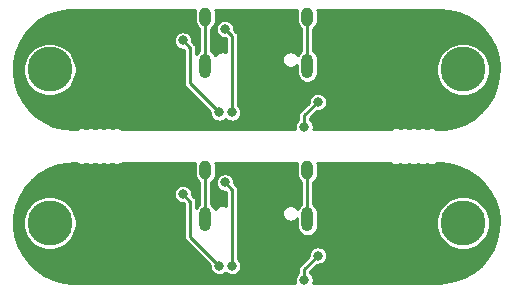
<source format=gbr>
%TF.GenerationSoftware,KiCad,Pcbnew,5.1.10-88a1d61d58~90~ubuntu20.04.1*%
%TF.CreationDate,2022-01-21T20:10:34-08:00*%
%TF.ProjectId,kb-db_protruded_panel,6b622d64-625f-4707-926f-747275646564,rev?*%
%TF.SameCoordinates,Original*%
%TF.FileFunction,Copper,L2,Bot*%
%TF.FilePolarity,Positive*%
%FSLAX46Y46*%
G04 Gerber Fmt 4.6, Leading zero omitted, Abs format (unit mm)*
G04 Created by KiCad (PCBNEW 5.1.10-88a1d61d58~90~ubuntu20.04.1) date 2022-01-21 20:10:34*
%MOMM*%
%LPD*%
G01*
G04 APERTURE LIST*
%TA.AperFunction,ComponentPad*%
%ADD10C,3.800000*%
%TD*%
%TA.AperFunction,ComponentPad*%
%ADD11O,1.000000X1.600000*%
%TD*%
%TA.AperFunction,ComponentPad*%
%ADD12O,1.000000X2.100000*%
%TD*%
%TA.AperFunction,ViaPad*%
%ADD13C,0.800000*%
%TD*%
%TA.AperFunction,Conductor*%
%ADD14C,0.250000*%
%TD*%
%TA.AperFunction,Conductor*%
%ADD15C,0.254000*%
%TD*%
%TA.AperFunction,Conductor*%
%ADD16C,0.100000*%
%TD*%
G04 APERTURE END LIST*
D10*
%TO.P,H2,1*%
%TO.N,N/C*%
X61487000Y-76472000D03*
%TD*%
D11*
%TO.P,USB1,13*%
%TO.N,N/C*%
X74672000Y-71991500D03*
X83312000Y-71991500D03*
D12*
X74672000Y-76171500D03*
X83312000Y-76171500D03*
%TD*%
D10*
%TO.P,H1,1*%
%TO.N,N/C*%
X96487000Y-76472000D03*
%TD*%
%TO.P,H2,1*%
%TO.N,Earth*%
X61487000Y-63472000D03*
%TD*%
%TO.P,H1,1*%
%TO.N,Net-(H1-Pad1)*%
X96487000Y-63472000D03*
%TD*%
D12*
%TO.P,USB1,13*%
%TO.N,Earth*%
X83312000Y-63171500D03*
X74672000Y-63171500D03*
D11*
X83312000Y-58991500D03*
X74672000Y-58991500D03*
%TD*%
D13*
%TO.N,*%
X75853014Y-80116004D03*
X72764000Y-74020000D03*
X83058000Y-81326000D03*
X84194000Y-79227000D03*
X76955000Y-80116002D03*
X76327000Y-73038990D03*
%TO.N,VCC*%
X75853014Y-67116004D03*
X72764000Y-61020000D03*
%TO.N,GND*%
X68065000Y-76687000D03*
X79936000Y-81072000D03*
X82169000Y-80564000D03*
X73912365Y-80110635D03*
X82169000Y-67564000D03*
X68065000Y-63687000D03*
X79936000Y-68072000D03*
X73912365Y-67110635D03*
%TO.N,Net-(R1-Pad2)*%
X83058000Y-68326000D03*
X84194000Y-66227000D03*
%TO.N,Net-(R2-Pad2)*%
X76955000Y-67116002D03*
X76327000Y-60038990D03*
%TD*%
D14*
%TO.N,*%
X74672000Y-76171500D02*
X74672000Y-71991500D01*
X83312000Y-76171500D02*
X83312000Y-71991500D01*
X73399000Y-74655000D02*
X72764000Y-74020000D01*
X73399000Y-77661990D02*
X73399000Y-74655000D01*
X75853014Y-80116004D02*
X73399000Y-77661990D01*
X83058000Y-81326000D02*
X83058000Y-80363000D01*
X83058000Y-80363000D02*
X84194000Y-79227000D01*
X76955000Y-73666990D02*
X76327000Y-73038990D01*
X76955000Y-74234990D02*
X76955000Y-73666990D01*
X76955000Y-80116002D02*
X76955000Y-74234990D01*
%TO.N,Earth*%
X74672000Y-63171500D02*
X74672000Y-58991500D01*
X83312000Y-63171500D02*
X83312000Y-58991500D01*
%TO.N,VCC*%
X73399000Y-61655000D02*
X72764000Y-61020000D01*
X73399000Y-64661990D02*
X73399000Y-61655000D01*
X75853014Y-67116004D02*
X73399000Y-64661990D01*
%TO.N,GND*%
X79936000Y-81072000D02*
X74873730Y-81072000D01*
X74873730Y-81072000D02*
X73912365Y-80110635D01*
X81661000Y-81072000D02*
X79936000Y-81072000D01*
X71488635Y-80110635D02*
X68065000Y-76687000D01*
X73912365Y-80110635D02*
X71488635Y-80110635D01*
X82169000Y-80564000D02*
X81661000Y-81072000D01*
X81661000Y-68072000D02*
X79936000Y-68072000D01*
X82169000Y-67564000D02*
X81661000Y-68072000D01*
X79936000Y-68072000D02*
X74873730Y-68072000D01*
X74873730Y-68072000D02*
X73912365Y-67110635D01*
X71488635Y-67110635D02*
X68065000Y-63687000D01*
X73912365Y-67110635D02*
X71488635Y-67110635D01*
%TO.N,Net-(R1-Pad2)*%
X83058000Y-68326000D02*
X83058000Y-67363000D01*
X83058000Y-67363000D02*
X84194000Y-66227000D01*
%TO.N,Net-(R2-Pad2)*%
X76955000Y-67116002D02*
X76955000Y-61234990D01*
X76955000Y-60666990D02*
X76327000Y-60038990D01*
X76955000Y-61234990D02*
X76955000Y-60666990D01*
%TD*%
D15*
%TO.N,GND*%
X67660968Y-71389493D02*
X67701511Y-71397521D01*
X67741935Y-71406114D01*
X67748268Y-71406779D01*
X67942501Y-71425824D01*
X67942507Y-71425824D01*
X67964601Y-71428000D01*
X73831290Y-71428000D01*
X73803748Y-71518794D01*
X73791000Y-71648227D01*
X73791000Y-72334772D01*
X73803748Y-72464205D01*
X73854125Y-72630274D01*
X73935932Y-72783324D01*
X74046025Y-72917475D01*
X74166001Y-73015936D01*
X74166000Y-74897066D01*
X74046026Y-74995525D01*
X73935933Y-75129675D01*
X73905000Y-75187547D01*
X73905000Y-74679854D01*
X73907448Y-74655000D01*
X73897678Y-74555807D01*
X73868745Y-74460425D01*
X73821759Y-74372521D01*
X73758527Y-74295473D01*
X73739220Y-74279628D01*
X73545000Y-74085408D01*
X73545000Y-73943078D01*
X73514987Y-73792191D01*
X73456113Y-73650058D01*
X73370642Y-73522141D01*
X73261859Y-73413358D01*
X73133942Y-73327887D01*
X72991809Y-73269013D01*
X72840922Y-73239000D01*
X72687078Y-73239000D01*
X72536191Y-73269013D01*
X72394058Y-73327887D01*
X72266141Y-73413358D01*
X72157358Y-73522141D01*
X72071887Y-73650058D01*
X72013013Y-73792191D01*
X71983000Y-73943078D01*
X71983000Y-74096922D01*
X72013013Y-74247809D01*
X72071887Y-74389942D01*
X72157358Y-74517859D01*
X72266141Y-74626642D01*
X72394058Y-74712113D01*
X72536191Y-74770987D01*
X72687078Y-74801000D01*
X72829408Y-74801000D01*
X72893001Y-74864593D01*
X72893000Y-77637144D01*
X72890553Y-77661990D01*
X72893000Y-77686836D01*
X72893000Y-77686843D01*
X72900322Y-77761182D01*
X72929255Y-77856564D01*
X72976241Y-77944469D01*
X73039473Y-78021517D01*
X73058785Y-78037366D01*
X75072014Y-80050596D01*
X75072014Y-80192926D01*
X75102027Y-80343813D01*
X75160901Y-80485946D01*
X75246372Y-80613863D01*
X75355155Y-80722646D01*
X75483072Y-80808117D01*
X75625205Y-80866991D01*
X75776092Y-80897004D01*
X75929936Y-80897004D01*
X76080823Y-80866991D01*
X76222956Y-80808117D01*
X76350873Y-80722646D01*
X76404008Y-80669511D01*
X76457141Y-80722644D01*
X76585058Y-80808115D01*
X76727191Y-80866989D01*
X76878078Y-80897002D01*
X77031922Y-80897002D01*
X77182809Y-80866989D01*
X77324942Y-80808115D01*
X77452859Y-80722644D01*
X77561642Y-80613861D01*
X77647113Y-80485944D01*
X77705987Y-80343811D01*
X77736000Y-80192924D01*
X77736000Y-80039080D01*
X77705987Y-79888193D01*
X77647113Y-79746060D01*
X77561642Y-79618143D01*
X77461000Y-79517501D01*
X77461000Y-73691835D01*
X77463447Y-73666989D01*
X77461000Y-73642143D01*
X77461000Y-73642136D01*
X77453678Y-73567797D01*
X77439581Y-73521322D01*
X77424745Y-73472415D01*
X77422375Y-73467981D01*
X77377759Y-73384511D01*
X77314527Y-73307463D01*
X77295220Y-73291618D01*
X77108000Y-73104398D01*
X77108000Y-72962068D01*
X77077987Y-72811181D01*
X77019113Y-72669048D01*
X76933642Y-72541131D01*
X76824859Y-72432348D01*
X76696942Y-72346877D01*
X76554809Y-72288003D01*
X76403922Y-72257990D01*
X76250078Y-72257990D01*
X76099191Y-72288003D01*
X75957058Y-72346877D01*
X75829141Y-72432348D01*
X75720358Y-72541131D01*
X75634887Y-72669048D01*
X75576013Y-72811181D01*
X75546000Y-72962068D01*
X75546000Y-73115912D01*
X75576013Y-73266799D01*
X75634887Y-73408932D01*
X75720358Y-73536849D01*
X75829141Y-73645632D01*
X75957058Y-73731103D01*
X76099191Y-73789977D01*
X76250078Y-73819990D01*
X76392408Y-73819990D01*
X76449001Y-73876582D01*
X76449000Y-74259843D01*
X76449001Y-74259853D01*
X76449001Y-75024260D01*
X76436416Y-75015851D01*
X76307933Y-74962631D01*
X76171535Y-74935500D01*
X76032465Y-74935500D01*
X75896067Y-74962631D01*
X75767584Y-75015851D01*
X75651951Y-75093114D01*
X75553614Y-75191451D01*
X75490734Y-75285558D01*
X75489875Y-75282725D01*
X75408068Y-75129675D01*
X75297975Y-74995525D01*
X75178000Y-74897065D01*
X75178000Y-73015934D01*
X75297975Y-72917475D01*
X75408068Y-72783325D01*
X75489875Y-72630275D01*
X75540252Y-72464206D01*
X75553000Y-72334773D01*
X75553000Y-71648227D01*
X75540252Y-71518794D01*
X75512710Y-71428000D01*
X82471290Y-71428000D01*
X82443748Y-71518794D01*
X82431000Y-71648227D01*
X82431000Y-72334772D01*
X82443748Y-72464205D01*
X82494125Y-72630274D01*
X82575932Y-72783324D01*
X82686025Y-72917475D01*
X82806001Y-73015936D01*
X82806000Y-74897066D01*
X82686026Y-74995525D01*
X82575933Y-75129675D01*
X82494126Y-75282725D01*
X82493266Y-75285559D01*
X82430386Y-75191451D01*
X82332049Y-75093114D01*
X82216416Y-75015851D01*
X82087933Y-74962631D01*
X81951535Y-74935500D01*
X81812465Y-74935500D01*
X81676067Y-74962631D01*
X81547584Y-75015851D01*
X81431951Y-75093114D01*
X81333614Y-75191451D01*
X81256351Y-75307084D01*
X81203131Y-75435567D01*
X81176000Y-75571965D01*
X81176000Y-75711035D01*
X81203131Y-75847433D01*
X81256351Y-75975916D01*
X81333614Y-76091549D01*
X81431951Y-76189886D01*
X81547584Y-76267149D01*
X81676067Y-76320369D01*
X81812465Y-76347500D01*
X81951535Y-76347500D01*
X82087933Y-76320369D01*
X82216416Y-76267149D01*
X82332049Y-76189886D01*
X82430386Y-76091549D01*
X82431001Y-76090629D01*
X82431000Y-76764772D01*
X82443748Y-76894205D01*
X82494125Y-77060274D01*
X82575932Y-77213324D01*
X82686025Y-77347475D01*
X82820175Y-77457568D01*
X82973225Y-77539375D01*
X83139294Y-77589752D01*
X83312000Y-77606762D01*
X83484705Y-77589752D01*
X83650774Y-77539375D01*
X83803824Y-77457568D01*
X83937975Y-77347475D01*
X84048068Y-77213325D01*
X84129875Y-77060275D01*
X84180252Y-76894206D01*
X84193000Y-76764773D01*
X84193000Y-76247341D01*
X94206000Y-76247341D01*
X94206000Y-76696659D01*
X94293657Y-77137343D01*
X94465604Y-77552459D01*
X94715231Y-77926053D01*
X95032947Y-78243769D01*
X95406541Y-78493396D01*
X95821657Y-78665343D01*
X96262341Y-78753000D01*
X96711659Y-78753000D01*
X97152343Y-78665343D01*
X97567459Y-78493396D01*
X97941053Y-78243769D01*
X98258769Y-77926053D01*
X98508396Y-77552459D01*
X98680343Y-77137343D01*
X98768000Y-76696659D01*
X98768000Y-76247341D01*
X98680343Y-75806657D01*
X98508396Y-75391541D01*
X98258769Y-75017947D01*
X97941053Y-74700231D01*
X97567459Y-74450604D01*
X97152343Y-74278657D01*
X96711659Y-74191000D01*
X96262341Y-74191000D01*
X95821657Y-74278657D01*
X95406541Y-74450604D01*
X95032947Y-74700231D01*
X94715231Y-75017947D01*
X94465604Y-75391541D01*
X94293657Y-75806657D01*
X94206000Y-76247341D01*
X84193000Y-76247341D01*
X84193000Y-75578227D01*
X84180252Y-75448794D01*
X84129875Y-75282725D01*
X84048068Y-75129675D01*
X83937975Y-74995525D01*
X83818000Y-74897065D01*
X83818000Y-73015934D01*
X83937975Y-72917475D01*
X84048068Y-72783325D01*
X84129875Y-72630275D01*
X84180252Y-72464206D01*
X84193000Y-72334773D01*
X84193000Y-71648227D01*
X84180252Y-71518794D01*
X84152710Y-71428000D01*
X90259399Y-71428000D01*
X90282479Y-71425727D01*
X90295460Y-71425727D01*
X90301792Y-71425061D01*
X90365541Y-71417910D01*
X90409761Y-71462130D01*
X90513109Y-71531185D01*
X90627944Y-71578751D01*
X90749852Y-71603000D01*
X90874148Y-71603000D01*
X90996056Y-71578751D01*
X91110891Y-71531185D01*
X91187000Y-71480331D01*
X91263109Y-71531185D01*
X91377944Y-71578751D01*
X91499852Y-71603000D01*
X91624148Y-71603000D01*
X91746056Y-71578751D01*
X91860891Y-71531185D01*
X91937000Y-71480331D01*
X92013109Y-71531185D01*
X92127944Y-71578751D01*
X92249852Y-71603000D01*
X92374148Y-71603000D01*
X92496056Y-71578751D01*
X92610891Y-71531185D01*
X92687000Y-71480331D01*
X92763109Y-71531185D01*
X92877944Y-71578751D01*
X92999852Y-71603000D01*
X93124148Y-71603000D01*
X93246056Y-71578751D01*
X93360891Y-71531185D01*
X93437000Y-71480331D01*
X93513109Y-71531185D01*
X93627944Y-71578751D01*
X93749852Y-71603000D01*
X93874148Y-71603000D01*
X93996056Y-71578751D01*
X94110891Y-71531185D01*
X94214239Y-71462130D01*
X94267686Y-71408683D01*
X94442501Y-71425824D01*
X94444349Y-71425824D01*
X94448446Y-71426367D01*
X95336581Y-71501726D01*
X96161880Y-71715931D01*
X96939275Y-72066123D01*
X97646563Y-72542296D01*
X98263505Y-73130830D01*
X98772464Y-73814895D01*
X99158893Y-74574945D01*
X99411735Y-75389227D01*
X99523763Y-76234474D01*
X99491777Y-77086509D01*
X99316687Y-77920978D01*
X99003503Y-78714010D01*
X98561175Y-79442942D01*
X98002360Y-80086921D01*
X97343022Y-80627544D01*
X96602030Y-81049341D01*
X95800559Y-81340261D01*
X94953066Y-81493514D01*
X94476250Y-81516000D01*
X83816508Y-81516000D01*
X83839000Y-81402922D01*
X83839000Y-81249078D01*
X83808987Y-81098191D01*
X83750113Y-80956058D01*
X83664642Y-80828141D01*
X83564000Y-80727499D01*
X83564000Y-80572591D01*
X84128592Y-80008000D01*
X84270922Y-80008000D01*
X84421809Y-79977987D01*
X84563942Y-79919113D01*
X84691859Y-79833642D01*
X84800642Y-79724859D01*
X84886113Y-79596942D01*
X84944987Y-79454809D01*
X84975000Y-79303922D01*
X84975000Y-79150078D01*
X84944987Y-78999191D01*
X84886113Y-78857058D01*
X84800642Y-78729141D01*
X84691859Y-78620358D01*
X84563942Y-78534887D01*
X84421809Y-78476013D01*
X84270922Y-78446000D01*
X84117078Y-78446000D01*
X83966191Y-78476013D01*
X83824058Y-78534887D01*
X83696141Y-78620358D01*
X83587358Y-78729141D01*
X83501887Y-78857058D01*
X83443013Y-78999191D01*
X83413000Y-79150078D01*
X83413000Y-79292408D01*
X82717780Y-79987629D01*
X82698474Y-80003473D01*
X82635242Y-80080521D01*
X82616276Y-80116004D01*
X82588255Y-80168426D01*
X82559322Y-80263808D01*
X82549553Y-80363000D01*
X82552001Y-80387856D01*
X82552001Y-80727498D01*
X82451358Y-80828141D01*
X82365887Y-80956058D01*
X82307013Y-81098191D01*
X82277000Y-81249078D01*
X82277000Y-81402922D01*
X82299492Y-81516000D01*
X63506309Y-81516000D01*
X62637420Y-81442274D01*
X61812125Y-81228070D01*
X61034725Y-80877877D01*
X60327434Y-80401701D01*
X59710493Y-79813167D01*
X59201534Y-79129103D01*
X58815107Y-78369055D01*
X58562265Y-77554774D01*
X58450237Y-76709526D01*
X58467587Y-76247341D01*
X59206000Y-76247341D01*
X59206000Y-76696659D01*
X59293657Y-77137343D01*
X59465604Y-77552459D01*
X59715231Y-77926053D01*
X60032947Y-78243769D01*
X60406541Y-78493396D01*
X60821657Y-78665343D01*
X61262341Y-78753000D01*
X61711659Y-78753000D01*
X62152343Y-78665343D01*
X62567459Y-78493396D01*
X62941053Y-78243769D01*
X63258769Y-77926053D01*
X63508396Y-77552459D01*
X63680343Y-77137343D01*
X63768000Y-76696659D01*
X63768000Y-76247341D01*
X63680343Y-75806657D01*
X63508396Y-75391541D01*
X63258769Y-75017947D01*
X62941053Y-74700231D01*
X62567459Y-74450604D01*
X62152343Y-74278657D01*
X61711659Y-74191000D01*
X61262341Y-74191000D01*
X60821657Y-74278657D01*
X60406541Y-74450604D01*
X60032947Y-74700231D01*
X59715231Y-75017947D01*
X59465604Y-75391541D01*
X59293657Y-75806657D01*
X59206000Y-76247341D01*
X58467587Y-76247341D01*
X58482223Y-75857491D01*
X58657313Y-75023022D01*
X58970496Y-74229993D01*
X59412827Y-73501054D01*
X59971640Y-72857080D01*
X60630978Y-72316456D01*
X61371972Y-71894658D01*
X62173445Y-71603737D01*
X63020934Y-71450486D01*
X63499334Y-71427925D01*
X63504130Y-71427892D01*
X63507461Y-71427542D01*
X63508480Y-71427494D01*
X63510629Y-71427209D01*
X63524739Y-71425727D01*
X63545460Y-71425727D01*
X63551792Y-71425061D01*
X63731531Y-71404900D01*
X63774761Y-71448130D01*
X63878109Y-71517185D01*
X63992944Y-71564751D01*
X64114852Y-71589000D01*
X64239148Y-71589000D01*
X64361056Y-71564751D01*
X64475891Y-71517185D01*
X64552000Y-71466331D01*
X64628109Y-71517185D01*
X64742944Y-71564751D01*
X64864852Y-71589000D01*
X64989148Y-71589000D01*
X65111056Y-71564751D01*
X65225891Y-71517185D01*
X65302000Y-71466331D01*
X65378109Y-71517185D01*
X65492944Y-71564751D01*
X65614852Y-71589000D01*
X65739148Y-71589000D01*
X65861056Y-71564751D01*
X65975891Y-71517185D01*
X66052000Y-71466331D01*
X66128109Y-71517185D01*
X66242944Y-71564751D01*
X66364852Y-71589000D01*
X66489148Y-71589000D01*
X66611056Y-71564751D01*
X66725891Y-71517185D01*
X66802000Y-71466331D01*
X66878109Y-71517185D01*
X66992944Y-71564751D01*
X67114852Y-71589000D01*
X67239148Y-71589000D01*
X67361056Y-71564751D01*
X67475891Y-71517185D01*
X67579239Y-71448130D01*
X67643231Y-71384138D01*
X67660968Y-71389493D01*
%TA.AperFunction,Conductor*%
D16*
G36*
X67660968Y-71389493D02*
G01*
X67701511Y-71397521D01*
X67741935Y-71406114D01*
X67748268Y-71406779D01*
X67942501Y-71425824D01*
X67942507Y-71425824D01*
X67964601Y-71428000D01*
X73831290Y-71428000D01*
X73803748Y-71518794D01*
X73791000Y-71648227D01*
X73791000Y-72334772D01*
X73803748Y-72464205D01*
X73854125Y-72630274D01*
X73935932Y-72783324D01*
X74046025Y-72917475D01*
X74166001Y-73015936D01*
X74166000Y-74897066D01*
X74046026Y-74995525D01*
X73935933Y-75129675D01*
X73905000Y-75187547D01*
X73905000Y-74679854D01*
X73907448Y-74655000D01*
X73897678Y-74555807D01*
X73868745Y-74460425D01*
X73821759Y-74372521D01*
X73758527Y-74295473D01*
X73739220Y-74279628D01*
X73545000Y-74085408D01*
X73545000Y-73943078D01*
X73514987Y-73792191D01*
X73456113Y-73650058D01*
X73370642Y-73522141D01*
X73261859Y-73413358D01*
X73133942Y-73327887D01*
X72991809Y-73269013D01*
X72840922Y-73239000D01*
X72687078Y-73239000D01*
X72536191Y-73269013D01*
X72394058Y-73327887D01*
X72266141Y-73413358D01*
X72157358Y-73522141D01*
X72071887Y-73650058D01*
X72013013Y-73792191D01*
X71983000Y-73943078D01*
X71983000Y-74096922D01*
X72013013Y-74247809D01*
X72071887Y-74389942D01*
X72157358Y-74517859D01*
X72266141Y-74626642D01*
X72394058Y-74712113D01*
X72536191Y-74770987D01*
X72687078Y-74801000D01*
X72829408Y-74801000D01*
X72893001Y-74864593D01*
X72893000Y-77637144D01*
X72890553Y-77661990D01*
X72893000Y-77686836D01*
X72893000Y-77686843D01*
X72900322Y-77761182D01*
X72929255Y-77856564D01*
X72976241Y-77944469D01*
X73039473Y-78021517D01*
X73058785Y-78037366D01*
X75072014Y-80050596D01*
X75072014Y-80192926D01*
X75102027Y-80343813D01*
X75160901Y-80485946D01*
X75246372Y-80613863D01*
X75355155Y-80722646D01*
X75483072Y-80808117D01*
X75625205Y-80866991D01*
X75776092Y-80897004D01*
X75929936Y-80897004D01*
X76080823Y-80866991D01*
X76222956Y-80808117D01*
X76350873Y-80722646D01*
X76404008Y-80669511D01*
X76457141Y-80722644D01*
X76585058Y-80808115D01*
X76727191Y-80866989D01*
X76878078Y-80897002D01*
X77031922Y-80897002D01*
X77182809Y-80866989D01*
X77324942Y-80808115D01*
X77452859Y-80722644D01*
X77561642Y-80613861D01*
X77647113Y-80485944D01*
X77705987Y-80343811D01*
X77736000Y-80192924D01*
X77736000Y-80039080D01*
X77705987Y-79888193D01*
X77647113Y-79746060D01*
X77561642Y-79618143D01*
X77461000Y-79517501D01*
X77461000Y-73691835D01*
X77463447Y-73666989D01*
X77461000Y-73642143D01*
X77461000Y-73642136D01*
X77453678Y-73567797D01*
X77439581Y-73521322D01*
X77424745Y-73472415D01*
X77422375Y-73467981D01*
X77377759Y-73384511D01*
X77314527Y-73307463D01*
X77295220Y-73291618D01*
X77108000Y-73104398D01*
X77108000Y-72962068D01*
X77077987Y-72811181D01*
X77019113Y-72669048D01*
X76933642Y-72541131D01*
X76824859Y-72432348D01*
X76696942Y-72346877D01*
X76554809Y-72288003D01*
X76403922Y-72257990D01*
X76250078Y-72257990D01*
X76099191Y-72288003D01*
X75957058Y-72346877D01*
X75829141Y-72432348D01*
X75720358Y-72541131D01*
X75634887Y-72669048D01*
X75576013Y-72811181D01*
X75546000Y-72962068D01*
X75546000Y-73115912D01*
X75576013Y-73266799D01*
X75634887Y-73408932D01*
X75720358Y-73536849D01*
X75829141Y-73645632D01*
X75957058Y-73731103D01*
X76099191Y-73789977D01*
X76250078Y-73819990D01*
X76392408Y-73819990D01*
X76449001Y-73876582D01*
X76449000Y-74259843D01*
X76449001Y-74259853D01*
X76449001Y-75024260D01*
X76436416Y-75015851D01*
X76307933Y-74962631D01*
X76171535Y-74935500D01*
X76032465Y-74935500D01*
X75896067Y-74962631D01*
X75767584Y-75015851D01*
X75651951Y-75093114D01*
X75553614Y-75191451D01*
X75490734Y-75285558D01*
X75489875Y-75282725D01*
X75408068Y-75129675D01*
X75297975Y-74995525D01*
X75178000Y-74897065D01*
X75178000Y-73015934D01*
X75297975Y-72917475D01*
X75408068Y-72783325D01*
X75489875Y-72630275D01*
X75540252Y-72464206D01*
X75553000Y-72334773D01*
X75553000Y-71648227D01*
X75540252Y-71518794D01*
X75512710Y-71428000D01*
X82471290Y-71428000D01*
X82443748Y-71518794D01*
X82431000Y-71648227D01*
X82431000Y-72334772D01*
X82443748Y-72464205D01*
X82494125Y-72630274D01*
X82575932Y-72783324D01*
X82686025Y-72917475D01*
X82806001Y-73015936D01*
X82806000Y-74897066D01*
X82686026Y-74995525D01*
X82575933Y-75129675D01*
X82494126Y-75282725D01*
X82493266Y-75285559D01*
X82430386Y-75191451D01*
X82332049Y-75093114D01*
X82216416Y-75015851D01*
X82087933Y-74962631D01*
X81951535Y-74935500D01*
X81812465Y-74935500D01*
X81676067Y-74962631D01*
X81547584Y-75015851D01*
X81431951Y-75093114D01*
X81333614Y-75191451D01*
X81256351Y-75307084D01*
X81203131Y-75435567D01*
X81176000Y-75571965D01*
X81176000Y-75711035D01*
X81203131Y-75847433D01*
X81256351Y-75975916D01*
X81333614Y-76091549D01*
X81431951Y-76189886D01*
X81547584Y-76267149D01*
X81676067Y-76320369D01*
X81812465Y-76347500D01*
X81951535Y-76347500D01*
X82087933Y-76320369D01*
X82216416Y-76267149D01*
X82332049Y-76189886D01*
X82430386Y-76091549D01*
X82431001Y-76090629D01*
X82431000Y-76764772D01*
X82443748Y-76894205D01*
X82494125Y-77060274D01*
X82575932Y-77213324D01*
X82686025Y-77347475D01*
X82820175Y-77457568D01*
X82973225Y-77539375D01*
X83139294Y-77589752D01*
X83312000Y-77606762D01*
X83484705Y-77589752D01*
X83650774Y-77539375D01*
X83803824Y-77457568D01*
X83937975Y-77347475D01*
X84048068Y-77213325D01*
X84129875Y-77060275D01*
X84180252Y-76894206D01*
X84193000Y-76764773D01*
X84193000Y-76247341D01*
X94206000Y-76247341D01*
X94206000Y-76696659D01*
X94293657Y-77137343D01*
X94465604Y-77552459D01*
X94715231Y-77926053D01*
X95032947Y-78243769D01*
X95406541Y-78493396D01*
X95821657Y-78665343D01*
X96262341Y-78753000D01*
X96711659Y-78753000D01*
X97152343Y-78665343D01*
X97567459Y-78493396D01*
X97941053Y-78243769D01*
X98258769Y-77926053D01*
X98508396Y-77552459D01*
X98680343Y-77137343D01*
X98768000Y-76696659D01*
X98768000Y-76247341D01*
X98680343Y-75806657D01*
X98508396Y-75391541D01*
X98258769Y-75017947D01*
X97941053Y-74700231D01*
X97567459Y-74450604D01*
X97152343Y-74278657D01*
X96711659Y-74191000D01*
X96262341Y-74191000D01*
X95821657Y-74278657D01*
X95406541Y-74450604D01*
X95032947Y-74700231D01*
X94715231Y-75017947D01*
X94465604Y-75391541D01*
X94293657Y-75806657D01*
X94206000Y-76247341D01*
X84193000Y-76247341D01*
X84193000Y-75578227D01*
X84180252Y-75448794D01*
X84129875Y-75282725D01*
X84048068Y-75129675D01*
X83937975Y-74995525D01*
X83818000Y-74897065D01*
X83818000Y-73015934D01*
X83937975Y-72917475D01*
X84048068Y-72783325D01*
X84129875Y-72630275D01*
X84180252Y-72464206D01*
X84193000Y-72334773D01*
X84193000Y-71648227D01*
X84180252Y-71518794D01*
X84152710Y-71428000D01*
X90259399Y-71428000D01*
X90282479Y-71425727D01*
X90295460Y-71425727D01*
X90301792Y-71425061D01*
X90365541Y-71417910D01*
X90409761Y-71462130D01*
X90513109Y-71531185D01*
X90627944Y-71578751D01*
X90749852Y-71603000D01*
X90874148Y-71603000D01*
X90996056Y-71578751D01*
X91110891Y-71531185D01*
X91187000Y-71480331D01*
X91263109Y-71531185D01*
X91377944Y-71578751D01*
X91499852Y-71603000D01*
X91624148Y-71603000D01*
X91746056Y-71578751D01*
X91860891Y-71531185D01*
X91937000Y-71480331D01*
X92013109Y-71531185D01*
X92127944Y-71578751D01*
X92249852Y-71603000D01*
X92374148Y-71603000D01*
X92496056Y-71578751D01*
X92610891Y-71531185D01*
X92687000Y-71480331D01*
X92763109Y-71531185D01*
X92877944Y-71578751D01*
X92999852Y-71603000D01*
X93124148Y-71603000D01*
X93246056Y-71578751D01*
X93360891Y-71531185D01*
X93437000Y-71480331D01*
X93513109Y-71531185D01*
X93627944Y-71578751D01*
X93749852Y-71603000D01*
X93874148Y-71603000D01*
X93996056Y-71578751D01*
X94110891Y-71531185D01*
X94214239Y-71462130D01*
X94267686Y-71408683D01*
X94442501Y-71425824D01*
X94444349Y-71425824D01*
X94448446Y-71426367D01*
X95336581Y-71501726D01*
X96161880Y-71715931D01*
X96939275Y-72066123D01*
X97646563Y-72542296D01*
X98263505Y-73130830D01*
X98772464Y-73814895D01*
X99158893Y-74574945D01*
X99411735Y-75389227D01*
X99523763Y-76234474D01*
X99491777Y-77086509D01*
X99316687Y-77920978D01*
X99003503Y-78714010D01*
X98561175Y-79442942D01*
X98002360Y-80086921D01*
X97343022Y-80627544D01*
X96602030Y-81049341D01*
X95800559Y-81340261D01*
X94953066Y-81493514D01*
X94476250Y-81516000D01*
X83816508Y-81516000D01*
X83839000Y-81402922D01*
X83839000Y-81249078D01*
X83808987Y-81098191D01*
X83750113Y-80956058D01*
X83664642Y-80828141D01*
X83564000Y-80727499D01*
X83564000Y-80572591D01*
X84128592Y-80008000D01*
X84270922Y-80008000D01*
X84421809Y-79977987D01*
X84563942Y-79919113D01*
X84691859Y-79833642D01*
X84800642Y-79724859D01*
X84886113Y-79596942D01*
X84944987Y-79454809D01*
X84975000Y-79303922D01*
X84975000Y-79150078D01*
X84944987Y-78999191D01*
X84886113Y-78857058D01*
X84800642Y-78729141D01*
X84691859Y-78620358D01*
X84563942Y-78534887D01*
X84421809Y-78476013D01*
X84270922Y-78446000D01*
X84117078Y-78446000D01*
X83966191Y-78476013D01*
X83824058Y-78534887D01*
X83696141Y-78620358D01*
X83587358Y-78729141D01*
X83501887Y-78857058D01*
X83443013Y-78999191D01*
X83413000Y-79150078D01*
X83413000Y-79292408D01*
X82717780Y-79987629D01*
X82698474Y-80003473D01*
X82635242Y-80080521D01*
X82616276Y-80116004D01*
X82588255Y-80168426D01*
X82559322Y-80263808D01*
X82549553Y-80363000D01*
X82552001Y-80387856D01*
X82552001Y-80727498D01*
X82451358Y-80828141D01*
X82365887Y-80956058D01*
X82307013Y-81098191D01*
X82277000Y-81249078D01*
X82277000Y-81402922D01*
X82299492Y-81516000D01*
X63506309Y-81516000D01*
X62637420Y-81442274D01*
X61812125Y-81228070D01*
X61034725Y-80877877D01*
X60327434Y-80401701D01*
X59710493Y-79813167D01*
X59201534Y-79129103D01*
X58815107Y-78369055D01*
X58562265Y-77554774D01*
X58450237Y-76709526D01*
X58467587Y-76247341D01*
X59206000Y-76247341D01*
X59206000Y-76696659D01*
X59293657Y-77137343D01*
X59465604Y-77552459D01*
X59715231Y-77926053D01*
X60032947Y-78243769D01*
X60406541Y-78493396D01*
X60821657Y-78665343D01*
X61262341Y-78753000D01*
X61711659Y-78753000D01*
X62152343Y-78665343D01*
X62567459Y-78493396D01*
X62941053Y-78243769D01*
X63258769Y-77926053D01*
X63508396Y-77552459D01*
X63680343Y-77137343D01*
X63768000Y-76696659D01*
X63768000Y-76247341D01*
X63680343Y-75806657D01*
X63508396Y-75391541D01*
X63258769Y-75017947D01*
X62941053Y-74700231D01*
X62567459Y-74450604D01*
X62152343Y-74278657D01*
X61711659Y-74191000D01*
X61262341Y-74191000D01*
X60821657Y-74278657D01*
X60406541Y-74450604D01*
X60032947Y-74700231D01*
X59715231Y-75017947D01*
X59465604Y-75391541D01*
X59293657Y-75806657D01*
X59206000Y-76247341D01*
X58467587Y-76247341D01*
X58482223Y-75857491D01*
X58657313Y-75023022D01*
X58970496Y-74229993D01*
X59412827Y-73501054D01*
X59971640Y-72857080D01*
X60630978Y-72316456D01*
X61371972Y-71894658D01*
X62173445Y-71603737D01*
X63020934Y-71450486D01*
X63499334Y-71427925D01*
X63504130Y-71427892D01*
X63507461Y-71427542D01*
X63508480Y-71427494D01*
X63510629Y-71427209D01*
X63524739Y-71425727D01*
X63545460Y-71425727D01*
X63551792Y-71425061D01*
X63731531Y-71404900D01*
X63774761Y-71448130D01*
X63878109Y-71517185D01*
X63992944Y-71564751D01*
X64114852Y-71589000D01*
X64239148Y-71589000D01*
X64361056Y-71564751D01*
X64475891Y-71517185D01*
X64552000Y-71466331D01*
X64628109Y-71517185D01*
X64742944Y-71564751D01*
X64864852Y-71589000D01*
X64989148Y-71589000D01*
X65111056Y-71564751D01*
X65225891Y-71517185D01*
X65302000Y-71466331D01*
X65378109Y-71517185D01*
X65492944Y-71564751D01*
X65614852Y-71589000D01*
X65739148Y-71589000D01*
X65861056Y-71564751D01*
X65975891Y-71517185D01*
X66052000Y-71466331D01*
X66128109Y-71517185D01*
X66242944Y-71564751D01*
X66364852Y-71589000D01*
X66489148Y-71589000D01*
X66611056Y-71564751D01*
X66725891Y-71517185D01*
X66802000Y-71466331D01*
X66878109Y-71517185D01*
X66992944Y-71564751D01*
X67114852Y-71589000D01*
X67239148Y-71589000D01*
X67361056Y-71564751D01*
X67475891Y-71517185D01*
X67579239Y-71448130D01*
X67643231Y-71384138D01*
X67660968Y-71389493D01*
G37*
%TD.AperFunction*%
D15*
X73803748Y-58518794D02*
X73791000Y-58648227D01*
X73791000Y-59334772D01*
X73803748Y-59464205D01*
X73854125Y-59630274D01*
X73935932Y-59783324D01*
X74046025Y-59917475D01*
X74166001Y-60015936D01*
X74166000Y-61897066D01*
X74046026Y-61995525D01*
X73935933Y-62129675D01*
X73905000Y-62187547D01*
X73905000Y-61679854D01*
X73907448Y-61655000D01*
X73897678Y-61555807D01*
X73868745Y-61460425D01*
X73821759Y-61372521D01*
X73758527Y-61295473D01*
X73739220Y-61279628D01*
X73545000Y-61085408D01*
X73545000Y-60943078D01*
X73514987Y-60792191D01*
X73456113Y-60650058D01*
X73370642Y-60522141D01*
X73261859Y-60413358D01*
X73133942Y-60327887D01*
X72991809Y-60269013D01*
X72840922Y-60239000D01*
X72687078Y-60239000D01*
X72536191Y-60269013D01*
X72394058Y-60327887D01*
X72266141Y-60413358D01*
X72157358Y-60522141D01*
X72071887Y-60650058D01*
X72013013Y-60792191D01*
X71983000Y-60943078D01*
X71983000Y-61096922D01*
X72013013Y-61247809D01*
X72071887Y-61389942D01*
X72157358Y-61517859D01*
X72266141Y-61626642D01*
X72394058Y-61712113D01*
X72536191Y-61770987D01*
X72687078Y-61801000D01*
X72829408Y-61801000D01*
X72893001Y-61864593D01*
X72893000Y-64637144D01*
X72890553Y-64661990D01*
X72893000Y-64686836D01*
X72893000Y-64686843D01*
X72900322Y-64761182D01*
X72929255Y-64856564D01*
X72976241Y-64944469D01*
X73039473Y-65021517D01*
X73058785Y-65037366D01*
X75072014Y-67050596D01*
X75072014Y-67192926D01*
X75102027Y-67343813D01*
X75160901Y-67485946D01*
X75246372Y-67613863D01*
X75355155Y-67722646D01*
X75483072Y-67808117D01*
X75625205Y-67866991D01*
X75776092Y-67897004D01*
X75929936Y-67897004D01*
X76080823Y-67866991D01*
X76222956Y-67808117D01*
X76350873Y-67722646D01*
X76404008Y-67669511D01*
X76457141Y-67722644D01*
X76585058Y-67808115D01*
X76727191Y-67866989D01*
X76878078Y-67897002D01*
X77031922Y-67897002D01*
X77182809Y-67866989D01*
X77324942Y-67808115D01*
X77452859Y-67722644D01*
X77561642Y-67613861D01*
X77647113Y-67485944D01*
X77705987Y-67343811D01*
X77736000Y-67192924D01*
X77736000Y-67039080D01*
X77705987Y-66888193D01*
X77647113Y-66746060D01*
X77561642Y-66618143D01*
X77461000Y-66517501D01*
X77461000Y-60691835D01*
X77463447Y-60666989D01*
X77461000Y-60642143D01*
X77461000Y-60642136D01*
X77453678Y-60567797D01*
X77439581Y-60521322D01*
X77424745Y-60472415D01*
X77422375Y-60467981D01*
X77377759Y-60384511D01*
X77314527Y-60307463D01*
X77295220Y-60291618D01*
X77108000Y-60104398D01*
X77108000Y-59962068D01*
X77077987Y-59811181D01*
X77019113Y-59669048D01*
X76933642Y-59541131D01*
X76824859Y-59432348D01*
X76696942Y-59346877D01*
X76554809Y-59288003D01*
X76403922Y-59257990D01*
X76250078Y-59257990D01*
X76099191Y-59288003D01*
X75957058Y-59346877D01*
X75829141Y-59432348D01*
X75720358Y-59541131D01*
X75634887Y-59669048D01*
X75576013Y-59811181D01*
X75546000Y-59962068D01*
X75546000Y-60115912D01*
X75576013Y-60266799D01*
X75634887Y-60408932D01*
X75720358Y-60536849D01*
X75829141Y-60645632D01*
X75957058Y-60731103D01*
X76099191Y-60789977D01*
X76250078Y-60819990D01*
X76392408Y-60819990D01*
X76449001Y-60876582D01*
X76449000Y-61259843D01*
X76449001Y-61259853D01*
X76449001Y-62024260D01*
X76436416Y-62015851D01*
X76307933Y-61962631D01*
X76171535Y-61935500D01*
X76032465Y-61935500D01*
X75896067Y-61962631D01*
X75767584Y-62015851D01*
X75651951Y-62093114D01*
X75553614Y-62191451D01*
X75490734Y-62285558D01*
X75489875Y-62282725D01*
X75408068Y-62129675D01*
X75297975Y-61995525D01*
X75178000Y-61897065D01*
X75178000Y-60015934D01*
X75297975Y-59917475D01*
X75408068Y-59783325D01*
X75489875Y-59630275D01*
X75540252Y-59464206D01*
X75553000Y-59334773D01*
X75553000Y-58648227D01*
X75540252Y-58518794D01*
X75512710Y-58428000D01*
X82471290Y-58428000D01*
X82443748Y-58518794D01*
X82431000Y-58648227D01*
X82431000Y-59334772D01*
X82443748Y-59464205D01*
X82494125Y-59630274D01*
X82575932Y-59783324D01*
X82686025Y-59917475D01*
X82806001Y-60015936D01*
X82806000Y-61897066D01*
X82686026Y-61995525D01*
X82575933Y-62129675D01*
X82494126Y-62282725D01*
X82493266Y-62285559D01*
X82430386Y-62191451D01*
X82332049Y-62093114D01*
X82216416Y-62015851D01*
X82087933Y-61962631D01*
X81951535Y-61935500D01*
X81812465Y-61935500D01*
X81676067Y-61962631D01*
X81547584Y-62015851D01*
X81431951Y-62093114D01*
X81333614Y-62191451D01*
X81256351Y-62307084D01*
X81203131Y-62435567D01*
X81176000Y-62571965D01*
X81176000Y-62711035D01*
X81203131Y-62847433D01*
X81256351Y-62975916D01*
X81333614Y-63091549D01*
X81431951Y-63189886D01*
X81547584Y-63267149D01*
X81676067Y-63320369D01*
X81812465Y-63347500D01*
X81951535Y-63347500D01*
X82087933Y-63320369D01*
X82216416Y-63267149D01*
X82332049Y-63189886D01*
X82430386Y-63091549D01*
X82431001Y-63090629D01*
X82431000Y-63764772D01*
X82443748Y-63894205D01*
X82494125Y-64060274D01*
X82575932Y-64213324D01*
X82686025Y-64347475D01*
X82820175Y-64457568D01*
X82973225Y-64539375D01*
X83139294Y-64589752D01*
X83312000Y-64606762D01*
X83484705Y-64589752D01*
X83650774Y-64539375D01*
X83803824Y-64457568D01*
X83937975Y-64347475D01*
X84048068Y-64213325D01*
X84129875Y-64060275D01*
X84180252Y-63894206D01*
X84193000Y-63764773D01*
X84193000Y-63247341D01*
X94206000Y-63247341D01*
X94206000Y-63696659D01*
X94293657Y-64137343D01*
X94465604Y-64552459D01*
X94715231Y-64926053D01*
X95032947Y-65243769D01*
X95406541Y-65493396D01*
X95821657Y-65665343D01*
X96262341Y-65753000D01*
X96711659Y-65753000D01*
X97152343Y-65665343D01*
X97567459Y-65493396D01*
X97941053Y-65243769D01*
X98258769Y-64926053D01*
X98508396Y-64552459D01*
X98680343Y-64137343D01*
X98768000Y-63696659D01*
X98768000Y-63247341D01*
X98680343Y-62806657D01*
X98508396Y-62391541D01*
X98258769Y-62017947D01*
X97941053Y-61700231D01*
X97567459Y-61450604D01*
X97152343Y-61278657D01*
X96711659Y-61191000D01*
X96262341Y-61191000D01*
X95821657Y-61278657D01*
X95406541Y-61450604D01*
X95032947Y-61700231D01*
X94715231Y-62017947D01*
X94465604Y-62391541D01*
X94293657Y-62806657D01*
X94206000Y-63247341D01*
X84193000Y-63247341D01*
X84193000Y-62578227D01*
X84180252Y-62448794D01*
X84129875Y-62282725D01*
X84048068Y-62129675D01*
X83937975Y-61995525D01*
X83818000Y-61897065D01*
X83818000Y-60015934D01*
X83937975Y-59917475D01*
X84048068Y-59783325D01*
X84129875Y-59630275D01*
X84180252Y-59464206D01*
X84193000Y-59334773D01*
X84193000Y-58648227D01*
X84180252Y-58518794D01*
X84152710Y-58428000D01*
X94467691Y-58428000D01*
X95336581Y-58501726D01*
X96161880Y-58715931D01*
X96939275Y-59066123D01*
X97646563Y-59542296D01*
X98263505Y-60130830D01*
X98772464Y-60814895D01*
X99158893Y-61574945D01*
X99411735Y-62389227D01*
X99523763Y-63234474D01*
X99491777Y-64086509D01*
X99316687Y-64920978D01*
X99003503Y-65714010D01*
X98561175Y-66442942D01*
X98002360Y-67086921D01*
X97343022Y-67627544D01*
X96602030Y-68049341D01*
X95800559Y-68340261D01*
X94953066Y-68493514D01*
X94474666Y-68516075D01*
X94469870Y-68516108D01*
X94466539Y-68516458D01*
X94465520Y-68516506D01*
X94463371Y-68516791D01*
X94449261Y-68518273D01*
X94428540Y-68518273D01*
X94422208Y-68518939D01*
X94266746Y-68536377D01*
X94219239Y-68488870D01*
X94115891Y-68419815D01*
X94001056Y-68372249D01*
X93879148Y-68348000D01*
X93754852Y-68348000D01*
X93632944Y-68372249D01*
X93518109Y-68419815D01*
X93442000Y-68470669D01*
X93365891Y-68419815D01*
X93251056Y-68372249D01*
X93129148Y-68348000D01*
X93004852Y-68348000D01*
X92882944Y-68372249D01*
X92768109Y-68419815D01*
X92692000Y-68470669D01*
X92615891Y-68419815D01*
X92501056Y-68372249D01*
X92379148Y-68348000D01*
X92254852Y-68348000D01*
X92132944Y-68372249D01*
X92018109Y-68419815D01*
X91942000Y-68470669D01*
X91865891Y-68419815D01*
X91751056Y-68372249D01*
X91629148Y-68348000D01*
X91504852Y-68348000D01*
X91382944Y-68372249D01*
X91268109Y-68419815D01*
X91192000Y-68470669D01*
X91115891Y-68419815D01*
X91001056Y-68372249D01*
X90879148Y-68348000D01*
X90754852Y-68348000D01*
X90632944Y-68372249D01*
X90518109Y-68419815D01*
X90414761Y-68488870D01*
X90376172Y-68527459D01*
X90281498Y-68518176D01*
X90281493Y-68518176D01*
X90259399Y-68516000D01*
X83816508Y-68516000D01*
X83839000Y-68402922D01*
X83839000Y-68249078D01*
X83808987Y-68098191D01*
X83750113Y-67956058D01*
X83664642Y-67828141D01*
X83564000Y-67727499D01*
X83564000Y-67572591D01*
X84128592Y-67008000D01*
X84270922Y-67008000D01*
X84421809Y-66977987D01*
X84563942Y-66919113D01*
X84691859Y-66833642D01*
X84800642Y-66724859D01*
X84886113Y-66596942D01*
X84944987Y-66454809D01*
X84975000Y-66303922D01*
X84975000Y-66150078D01*
X84944987Y-65999191D01*
X84886113Y-65857058D01*
X84800642Y-65729141D01*
X84691859Y-65620358D01*
X84563942Y-65534887D01*
X84421809Y-65476013D01*
X84270922Y-65446000D01*
X84117078Y-65446000D01*
X83966191Y-65476013D01*
X83824058Y-65534887D01*
X83696141Y-65620358D01*
X83587358Y-65729141D01*
X83501887Y-65857058D01*
X83443013Y-65999191D01*
X83413000Y-66150078D01*
X83413000Y-66292408D01*
X82717780Y-66987629D01*
X82698474Y-67003473D01*
X82635242Y-67080521D01*
X82616276Y-67116004D01*
X82588255Y-67168426D01*
X82559322Y-67263808D01*
X82549553Y-67363000D01*
X82552001Y-67387856D01*
X82552001Y-67727498D01*
X82451358Y-67828141D01*
X82365887Y-67956058D01*
X82307013Y-68098191D01*
X82277000Y-68249078D01*
X82277000Y-68402922D01*
X82299492Y-68516000D01*
X67964601Y-68516000D01*
X67941521Y-68518273D01*
X67928540Y-68518273D01*
X67922208Y-68518939D01*
X67728258Y-68540694D01*
X67687841Y-68549285D01*
X67663478Y-68554109D01*
X67584239Y-68474870D01*
X67480891Y-68405815D01*
X67366056Y-68358249D01*
X67244148Y-68334000D01*
X67119852Y-68334000D01*
X66997944Y-68358249D01*
X66883109Y-68405815D01*
X66807000Y-68456669D01*
X66730891Y-68405815D01*
X66616056Y-68358249D01*
X66494148Y-68334000D01*
X66369852Y-68334000D01*
X66247944Y-68358249D01*
X66133109Y-68405815D01*
X66057000Y-68456669D01*
X65980891Y-68405815D01*
X65866056Y-68358249D01*
X65744148Y-68334000D01*
X65619852Y-68334000D01*
X65497944Y-68358249D01*
X65383109Y-68405815D01*
X65307000Y-68456669D01*
X65230891Y-68405815D01*
X65116056Y-68358249D01*
X64994148Y-68334000D01*
X64869852Y-68334000D01*
X64747944Y-68358249D01*
X64633109Y-68405815D01*
X64557000Y-68456669D01*
X64480891Y-68405815D01*
X64366056Y-68358249D01*
X64244148Y-68334000D01*
X64119852Y-68334000D01*
X63997944Y-68358249D01*
X63883109Y-68405815D01*
X63779761Y-68474870D01*
X63718153Y-68536478D01*
X63531498Y-68518176D01*
X63529651Y-68518176D01*
X63525554Y-68517633D01*
X62637420Y-68442274D01*
X61812125Y-68228070D01*
X61034725Y-67877877D01*
X60327434Y-67401701D01*
X59710493Y-66813167D01*
X59201534Y-66129103D01*
X58815107Y-65369055D01*
X58562265Y-64554774D01*
X58450237Y-63709526D01*
X58467587Y-63247341D01*
X59206000Y-63247341D01*
X59206000Y-63696659D01*
X59293657Y-64137343D01*
X59465604Y-64552459D01*
X59715231Y-64926053D01*
X60032947Y-65243769D01*
X60406541Y-65493396D01*
X60821657Y-65665343D01*
X61262341Y-65753000D01*
X61711659Y-65753000D01*
X62152343Y-65665343D01*
X62567459Y-65493396D01*
X62941053Y-65243769D01*
X63258769Y-64926053D01*
X63508396Y-64552459D01*
X63680343Y-64137343D01*
X63768000Y-63696659D01*
X63768000Y-63247341D01*
X63680343Y-62806657D01*
X63508396Y-62391541D01*
X63258769Y-62017947D01*
X62941053Y-61700231D01*
X62567459Y-61450604D01*
X62152343Y-61278657D01*
X61711659Y-61191000D01*
X61262341Y-61191000D01*
X60821657Y-61278657D01*
X60406541Y-61450604D01*
X60032947Y-61700231D01*
X59715231Y-62017947D01*
X59465604Y-62391541D01*
X59293657Y-62806657D01*
X59206000Y-63247341D01*
X58467587Y-63247341D01*
X58482223Y-62857491D01*
X58657313Y-62023022D01*
X58970496Y-61229993D01*
X59412827Y-60501054D01*
X59971640Y-59857080D01*
X60630978Y-59316456D01*
X61371972Y-58894658D01*
X62173445Y-58603737D01*
X63020934Y-58450486D01*
X63497750Y-58428000D01*
X73831290Y-58428000D01*
X73803748Y-58518794D01*
%TA.AperFunction,Conductor*%
D16*
G36*
X73803748Y-58518794D02*
G01*
X73791000Y-58648227D01*
X73791000Y-59334772D01*
X73803748Y-59464205D01*
X73854125Y-59630274D01*
X73935932Y-59783324D01*
X74046025Y-59917475D01*
X74166001Y-60015936D01*
X74166000Y-61897066D01*
X74046026Y-61995525D01*
X73935933Y-62129675D01*
X73905000Y-62187547D01*
X73905000Y-61679854D01*
X73907448Y-61655000D01*
X73897678Y-61555807D01*
X73868745Y-61460425D01*
X73821759Y-61372521D01*
X73758527Y-61295473D01*
X73739220Y-61279628D01*
X73545000Y-61085408D01*
X73545000Y-60943078D01*
X73514987Y-60792191D01*
X73456113Y-60650058D01*
X73370642Y-60522141D01*
X73261859Y-60413358D01*
X73133942Y-60327887D01*
X72991809Y-60269013D01*
X72840922Y-60239000D01*
X72687078Y-60239000D01*
X72536191Y-60269013D01*
X72394058Y-60327887D01*
X72266141Y-60413358D01*
X72157358Y-60522141D01*
X72071887Y-60650058D01*
X72013013Y-60792191D01*
X71983000Y-60943078D01*
X71983000Y-61096922D01*
X72013013Y-61247809D01*
X72071887Y-61389942D01*
X72157358Y-61517859D01*
X72266141Y-61626642D01*
X72394058Y-61712113D01*
X72536191Y-61770987D01*
X72687078Y-61801000D01*
X72829408Y-61801000D01*
X72893001Y-61864593D01*
X72893000Y-64637144D01*
X72890553Y-64661990D01*
X72893000Y-64686836D01*
X72893000Y-64686843D01*
X72900322Y-64761182D01*
X72929255Y-64856564D01*
X72976241Y-64944469D01*
X73039473Y-65021517D01*
X73058785Y-65037366D01*
X75072014Y-67050596D01*
X75072014Y-67192926D01*
X75102027Y-67343813D01*
X75160901Y-67485946D01*
X75246372Y-67613863D01*
X75355155Y-67722646D01*
X75483072Y-67808117D01*
X75625205Y-67866991D01*
X75776092Y-67897004D01*
X75929936Y-67897004D01*
X76080823Y-67866991D01*
X76222956Y-67808117D01*
X76350873Y-67722646D01*
X76404008Y-67669511D01*
X76457141Y-67722644D01*
X76585058Y-67808115D01*
X76727191Y-67866989D01*
X76878078Y-67897002D01*
X77031922Y-67897002D01*
X77182809Y-67866989D01*
X77324942Y-67808115D01*
X77452859Y-67722644D01*
X77561642Y-67613861D01*
X77647113Y-67485944D01*
X77705987Y-67343811D01*
X77736000Y-67192924D01*
X77736000Y-67039080D01*
X77705987Y-66888193D01*
X77647113Y-66746060D01*
X77561642Y-66618143D01*
X77461000Y-66517501D01*
X77461000Y-60691835D01*
X77463447Y-60666989D01*
X77461000Y-60642143D01*
X77461000Y-60642136D01*
X77453678Y-60567797D01*
X77439581Y-60521322D01*
X77424745Y-60472415D01*
X77422375Y-60467981D01*
X77377759Y-60384511D01*
X77314527Y-60307463D01*
X77295220Y-60291618D01*
X77108000Y-60104398D01*
X77108000Y-59962068D01*
X77077987Y-59811181D01*
X77019113Y-59669048D01*
X76933642Y-59541131D01*
X76824859Y-59432348D01*
X76696942Y-59346877D01*
X76554809Y-59288003D01*
X76403922Y-59257990D01*
X76250078Y-59257990D01*
X76099191Y-59288003D01*
X75957058Y-59346877D01*
X75829141Y-59432348D01*
X75720358Y-59541131D01*
X75634887Y-59669048D01*
X75576013Y-59811181D01*
X75546000Y-59962068D01*
X75546000Y-60115912D01*
X75576013Y-60266799D01*
X75634887Y-60408932D01*
X75720358Y-60536849D01*
X75829141Y-60645632D01*
X75957058Y-60731103D01*
X76099191Y-60789977D01*
X76250078Y-60819990D01*
X76392408Y-60819990D01*
X76449001Y-60876582D01*
X76449000Y-61259843D01*
X76449001Y-61259853D01*
X76449001Y-62024260D01*
X76436416Y-62015851D01*
X76307933Y-61962631D01*
X76171535Y-61935500D01*
X76032465Y-61935500D01*
X75896067Y-61962631D01*
X75767584Y-62015851D01*
X75651951Y-62093114D01*
X75553614Y-62191451D01*
X75490734Y-62285558D01*
X75489875Y-62282725D01*
X75408068Y-62129675D01*
X75297975Y-61995525D01*
X75178000Y-61897065D01*
X75178000Y-60015934D01*
X75297975Y-59917475D01*
X75408068Y-59783325D01*
X75489875Y-59630275D01*
X75540252Y-59464206D01*
X75553000Y-59334773D01*
X75553000Y-58648227D01*
X75540252Y-58518794D01*
X75512710Y-58428000D01*
X82471290Y-58428000D01*
X82443748Y-58518794D01*
X82431000Y-58648227D01*
X82431000Y-59334772D01*
X82443748Y-59464205D01*
X82494125Y-59630274D01*
X82575932Y-59783324D01*
X82686025Y-59917475D01*
X82806001Y-60015936D01*
X82806000Y-61897066D01*
X82686026Y-61995525D01*
X82575933Y-62129675D01*
X82494126Y-62282725D01*
X82493266Y-62285559D01*
X82430386Y-62191451D01*
X82332049Y-62093114D01*
X82216416Y-62015851D01*
X82087933Y-61962631D01*
X81951535Y-61935500D01*
X81812465Y-61935500D01*
X81676067Y-61962631D01*
X81547584Y-62015851D01*
X81431951Y-62093114D01*
X81333614Y-62191451D01*
X81256351Y-62307084D01*
X81203131Y-62435567D01*
X81176000Y-62571965D01*
X81176000Y-62711035D01*
X81203131Y-62847433D01*
X81256351Y-62975916D01*
X81333614Y-63091549D01*
X81431951Y-63189886D01*
X81547584Y-63267149D01*
X81676067Y-63320369D01*
X81812465Y-63347500D01*
X81951535Y-63347500D01*
X82087933Y-63320369D01*
X82216416Y-63267149D01*
X82332049Y-63189886D01*
X82430386Y-63091549D01*
X82431001Y-63090629D01*
X82431000Y-63764772D01*
X82443748Y-63894205D01*
X82494125Y-64060274D01*
X82575932Y-64213324D01*
X82686025Y-64347475D01*
X82820175Y-64457568D01*
X82973225Y-64539375D01*
X83139294Y-64589752D01*
X83312000Y-64606762D01*
X83484705Y-64589752D01*
X83650774Y-64539375D01*
X83803824Y-64457568D01*
X83937975Y-64347475D01*
X84048068Y-64213325D01*
X84129875Y-64060275D01*
X84180252Y-63894206D01*
X84193000Y-63764773D01*
X84193000Y-63247341D01*
X94206000Y-63247341D01*
X94206000Y-63696659D01*
X94293657Y-64137343D01*
X94465604Y-64552459D01*
X94715231Y-64926053D01*
X95032947Y-65243769D01*
X95406541Y-65493396D01*
X95821657Y-65665343D01*
X96262341Y-65753000D01*
X96711659Y-65753000D01*
X97152343Y-65665343D01*
X97567459Y-65493396D01*
X97941053Y-65243769D01*
X98258769Y-64926053D01*
X98508396Y-64552459D01*
X98680343Y-64137343D01*
X98768000Y-63696659D01*
X98768000Y-63247341D01*
X98680343Y-62806657D01*
X98508396Y-62391541D01*
X98258769Y-62017947D01*
X97941053Y-61700231D01*
X97567459Y-61450604D01*
X97152343Y-61278657D01*
X96711659Y-61191000D01*
X96262341Y-61191000D01*
X95821657Y-61278657D01*
X95406541Y-61450604D01*
X95032947Y-61700231D01*
X94715231Y-62017947D01*
X94465604Y-62391541D01*
X94293657Y-62806657D01*
X94206000Y-63247341D01*
X84193000Y-63247341D01*
X84193000Y-62578227D01*
X84180252Y-62448794D01*
X84129875Y-62282725D01*
X84048068Y-62129675D01*
X83937975Y-61995525D01*
X83818000Y-61897065D01*
X83818000Y-60015934D01*
X83937975Y-59917475D01*
X84048068Y-59783325D01*
X84129875Y-59630275D01*
X84180252Y-59464206D01*
X84193000Y-59334773D01*
X84193000Y-58648227D01*
X84180252Y-58518794D01*
X84152710Y-58428000D01*
X94467691Y-58428000D01*
X95336581Y-58501726D01*
X96161880Y-58715931D01*
X96939275Y-59066123D01*
X97646563Y-59542296D01*
X98263505Y-60130830D01*
X98772464Y-60814895D01*
X99158893Y-61574945D01*
X99411735Y-62389227D01*
X99523763Y-63234474D01*
X99491777Y-64086509D01*
X99316687Y-64920978D01*
X99003503Y-65714010D01*
X98561175Y-66442942D01*
X98002360Y-67086921D01*
X97343022Y-67627544D01*
X96602030Y-68049341D01*
X95800559Y-68340261D01*
X94953066Y-68493514D01*
X94474666Y-68516075D01*
X94469870Y-68516108D01*
X94466539Y-68516458D01*
X94465520Y-68516506D01*
X94463371Y-68516791D01*
X94449261Y-68518273D01*
X94428540Y-68518273D01*
X94422208Y-68518939D01*
X94266746Y-68536377D01*
X94219239Y-68488870D01*
X94115891Y-68419815D01*
X94001056Y-68372249D01*
X93879148Y-68348000D01*
X93754852Y-68348000D01*
X93632944Y-68372249D01*
X93518109Y-68419815D01*
X93442000Y-68470669D01*
X93365891Y-68419815D01*
X93251056Y-68372249D01*
X93129148Y-68348000D01*
X93004852Y-68348000D01*
X92882944Y-68372249D01*
X92768109Y-68419815D01*
X92692000Y-68470669D01*
X92615891Y-68419815D01*
X92501056Y-68372249D01*
X92379148Y-68348000D01*
X92254852Y-68348000D01*
X92132944Y-68372249D01*
X92018109Y-68419815D01*
X91942000Y-68470669D01*
X91865891Y-68419815D01*
X91751056Y-68372249D01*
X91629148Y-68348000D01*
X91504852Y-68348000D01*
X91382944Y-68372249D01*
X91268109Y-68419815D01*
X91192000Y-68470669D01*
X91115891Y-68419815D01*
X91001056Y-68372249D01*
X90879148Y-68348000D01*
X90754852Y-68348000D01*
X90632944Y-68372249D01*
X90518109Y-68419815D01*
X90414761Y-68488870D01*
X90376172Y-68527459D01*
X90281498Y-68518176D01*
X90281493Y-68518176D01*
X90259399Y-68516000D01*
X83816508Y-68516000D01*
X83839000Y-68402922D01*
X83839000Y-68249078D01*
X83808987Y-68098191D01*
X83750113Y-67956058D01*
X83664642Y-67828141D01*
X83564000Y-67727499D01*
X83564000Y-67572591D01*
X84128592Y-67008000D01*
X84270922Y-67008000D01*
X84421809Y-66977987D01*
X84563942Y-66919113D01*
X84691859Y-66833642D01*
X84800642Y-66724859D01*
X84886113Y-66596942D01*
X84944987Y-66454809D01*
X84975000Y-66303922D01*
X84975000Y-66150078D01*
X84944987Y-65999191D01*
X84886113Y-65857058D01*
X84800642Y-65729141D01*
X84691859Y-65620358D01*
X84563942Y-65534887D01*
X84421809Y-65476013D01*
X84270922Y-65446000D01*
X84117078Y-65446000D01*
X83966191Y-65476013D01*
X83824058Y-65534887D01*
X83696141Y-65620358D01*
X83587358Y-65729141D01*
X83501887Y-65857058D01*
X83443013Y-65999191D01*
X83413000Y-66150078D01*
X83413000Y-66292408D01*
X82717780Y-66987629D01*
X82698474Y-67003473D01*
X82635242Y-67080521D01*
X82616276Y-67116004D01*
X82588255Y-67168426D01*
X82559322Y-67263808D01*
X82549553Y-67363000D01*
X82552001Y-67387856D01*
X82552001Y-67727498D01*
X82451358Y-67828141D01*
X82365887Y-67956058D01*
X82307013Y-68098191D01*
X82277000Y-68249078D01*
X82277000Y-68402922D01*
X82299492Y-68516000D01*
X67964601Y-68516000D01*
X67941521Y-68518273D01*
X67928540Y-68518273D01*
X67922208Y-68518939D01*
X67728258Y-68540694D01*
X67687841Y-68549285D01*
X67663478Y-68554109D01*
X67584239Y-68474870D01*
X67480891Y-68405815D01*
X67366056Y-68358249D01*
X67244148Y-68334000D01*
X67119852Y-68334000D01*
X66997944Y-68358249D01*
X66883109Y-68405815D01*
X66807000Y-68456669D01*
X66730891Y-68405815D01*
X66616056Y-68358249D01*
X66494148Y-68334000D01*
X66369852Y-68334000D01*
X66247944Y-68358249D01*
X66133109Y-68405815D01*
X66057000Y-68456669D01*
X65980891Y-68405815D01*
X65866056Y-68358249D01*
X65744148Y-68334000D01*
X65619852Y-68334000D01*
X65497944Y-68358249D01*
X65383109Y-68405815D01*
X65307000Y-68456669D01*
X65230891Y-68405815D01*
X65116056Y-68358249D01*
X64994148Y-68334000D01*
X64869852Y-68334000D01*
X64747944Y-68358249D01*
X64633109Y-68405815D01*
X64557000Y-68456669D01*
X64480891Y-68405815D01*
X64366056Y-68358249D01*
X64244148Y-68334000D01*
X64119852Y-68334000D01*
X63997944Y-68358249D01*
X63883109Y-68405815D01*
X63779761Y-68474870D01*
X63718153Y-68536478D01*
X63531498Y-68518176D01*
X63529651Y-68518176D01*
X63525554Y-68517633D01*
X62637420Y-68442274D01*
X61812125Y-68228070D01*
X61034725Y-67877877D01*
X60327434Y-67401701D01*
X59710493Y-66813167D01*
X59201534Y-66129103D01*
X58815107Y-65369055D01*
X58562265Y-64554774D01*
X58450237Y-63709526D01*
X58467587Y-63247341D01*
X59206000Y-63247341D01*
X59206000Y-63696659D01*
X59293657Y-64137343D01*
X59465604Y-64552459D01*
X59715231Y-64926053D01*
X60032947Y-65243769D01*
X60406541Y-65493396D01*
X60821657Y-65665343D01*
X61262341Y-65753000D01*
X61711659Y-65753000D01*
X62152343Y-65665343D01*
X62567459Y-65493396D01*
X62941053Y-65243769D01*
X63258769Y-64926053D01*
X63508396Y-64552459D01*
X63680343Y-64137343D01*
X63768000Y-63696659D01*
X63768000Y-63247341D01*
X63680343Y-62806657D01*
X63508396Y-62391541D01*
X63258769Y-62017947D01*
X62941053Y-61700231D01*
X62567459Y-61450604D01*
X62152343Y-61278657D01*
X61711659Y-61191000D01*
X61262341Y-61191000D01*
X60821657Y-61278657D01*
X60406541Y-61450604D01*
X60032947Y-61700231D01*
X59715231Y-62017947D01*
X59465604Y-62391541D01*
X59293657Y-62806657D01*
X59206000Y-63247341D01*
X58467587Y-63247341D01*
X58482223Y-62857491D01*
X58657313Y-62023022D01*
X58970496Y-61229993D01*
X59412827Y-60501054D01*
X59971640Y-59857080D01*
X60630978Y-59316456D01*
X61371972Y-58894658D01*
X62173445Y-58603737D01*
X63020934Y-58450486D01*
X63497750Y-58428000D01*
X73831290Y-58428000D01*
X73803748Y-58518794D01*
G37*
%TD.AperFunction*%
%TD*%
M02*

</source>
